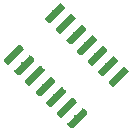
<source format=gbr>
G04 #@! TF.GenerationSoftware,KiCad,Pcbnew,(5.1.2)-2*
G04 #@! TF.CreationDate,2020-06-24T22:30:04-05:00*
G04 #@! TF.ProjectId,HallSensor,48616c6c-5365-46e7-936f-722e6b696361,rev?*
G04 #@! TF.SameCoordinates,Original*
G04 #@! TF.FileFunction,Paste,Top*
G04 #@! TF.FilePolarity,Positive*
%FSLAX46Y46*%
G04 Gerber Fmt 4.6, Leading zero omitted, Abs format (unit mm)*
G04 Created by KiCad (PCBNEW (5.1.2)-2) date 2020-06-24 22:30:04*
%MOMM*%
%LPD*%
G04 APERTURE LIST*
%ADD10C,0.100000*%
%ADD11C,0.600000*%
G04 APERTURE END LIST*
D10*
G36*
X104787745Y-96995394D02*
G01*
X104802306Y-96997554D01*
X104816585Y-97001131D01*
X104830445Y-97006090D01*
X104843752Y-97012384D01*
X104856378Y-97019952D01*
X104868201Y-97028720D01*
X104879108Y-97038606D01*
X105091240Y-97250738D01*
X105101126Y-97261645D01*
X105109894Y-97273468D01*
X105117462Y-97286094D01*
X105123756Y-97299401D01*
X105128715Y-97313261D01*
X105132292Y-97327540D01*
X105134452Y-97342101D01*
X105135174Y-97356804D01*
X105134452Y-97371507D01*
X105132292Y-97386068D01*
X105128715Y-97400347D01*
X105123756Y-97414207D01*
X105117462Y-97427514D01*
X105109894Y-97440140D01*
X105101126Y-97451963D01*
X105091240Y-97462870D01*
X103924514Y-98629596D01*
X103913607Y-98639482D01*
X103901784Y-98648250D01*
X103889158Y-98655818D01*
X103875851Y-98662112D01*
X103861991Y-98667071D01*
X103847712Y-98670648D01*
X103833151Y-98672808D01*
X103818448Y-98673530D01*
X103803745Y-98672808D01*
X103789184Y-98670648D01*
X103774905Y-98667071D01*
X103761045Y-98662112D01*
X103747738Y-98655818D01*
X103735112Y-98648250D01*
X103723289Y-98639482D01*
X103712382Y-98629596D01*
X103500250Y-98417464D01*
X103490364Y-98406557D01*
X103481596Y-98394734D01*
X103474028Y-98382108D01*
X103467734Y-98368801D01*
X103462775Y-98354941D01*
X103459198Y-98340662D01*
X103457038Y-98326101D01*
X103456316Y-98311398D01*
X103457038Y-98296695D01*
X103459198Y-98282134D01*
X103462775Y-98267855D01*
X103467734Y-98253995D01*
X103474028Y-98240688D01*
X103481596Y-98228062D01*
X103490364Y-98216239D01*
X103500250Y-98205332D01*
X104666976Y-97038606D01*
X104677883Y-97028720D01*
X104689706Y-97019952D01*
X104702332Y-97012384D01*
X104715639Y-97006090D01*
X104729499Y-97001131D01*
X104743778Y-96997554D01*
X104758339Y-96995394D01*
X104773042Y-96994672D01*
X104787745Y-96995394D01*
X104787745Y-96995394D01*
G37*
D11*
X104295745Y-97834101D03*
D10*
G36*
X105685770Y-97893420D02*
G01*
X105700331Y-97895580D01*
X105714610Y-97899157D01*
X105728470Y-97904116D01*
X105741777Y-97910410D01*
X105754403Y-97917978D01*
X105766226Y-97926746D01*
X105777133Y-97936632D01*
X105989265Y-98148764D01*
X105999151Y-98159671D01*
X106007919Y-98171494D01*
X106015487Y-98184120D01*
X106021781Y-98197427D01*
X106026740Y-98211287D01*
X106030317Y-98225566D01*
X106032477Y-98240127D01*
X106033199Y-98254830D01*
X106032477Y-98269533D01*
X106030317Y-98284094D01*
X106026740Y-98298373D01*
X106021781Y-98312233D01*
X106015487Y-98325540D01*
X106007919Y-98338166D01*
X105999151Y-98349989D01*
X105989265Y-98360896D01*
X104822539Y-99527622D01*
X104811632Y-99537508D01*
X104799809Y-99546276D01*
X104787183Y-99553844D01*
X104773876Y-99560138D01*
X104760016Y-99565097D01*
X104745737Y-99568674D01*
X104731176Y-99570834D01*
X104716473Y-99571556D01*
X104701770Y-99570834D01*
X104687209Y-99568674D01*
X104672930Y-99565097D01*
X104659070Y-99560138D01*
X104645763Y-99553844D01*
X104633137Y-99546276D01*
X104621314Y-99537508D01*
X104610407Y-99527622D01*
X104398275Y-99315490D01*
X104388389Y-99304583D01*
X104379621Y-99292760D01*
X104372053Y-99280134D01*
X104365759Y-99266827D01*
X104360800Y-99252967D01*
X104357223Y-99238688D01*
X104355063Y-99224127D01*
X104354341Y-99209424D01*
X104355063Y-99194721D01*
X104357223Y-99180160D01*
X104360800Y-99165881D01*
X104365759Y-99152021D01*
X104372053Y-99138714D01*
X104379621Y-99126088D01*
X104388389Y-99114265D01*
X104398275Y-99103358D01*
X105565001Y-97936632D01*
X105575908Y-97926746D01*
X105587731Y-97917978D01*
X105600357Y-97910410D01*
X105613664Y-97904116D01*
X105627524Y-97899157D01*
X105641803Y-97895580D01*
X105656364Y-97893420D01*
X105671067Y-97892698D01*
X105685770Y-97893420D01*
X105685770Y-97893420D01*
G37*
D11*
X105193770Y-98732127D03*
D10*
G36*
X106583796Y-98791446D02*
G01*
X106598357Y-98793606D01*
X106612636Y-98797183D01*
X106626496Y-98802142D01*
X106639803Y-98808436D01*
X106652429Y-98816004D01*
X106664252Y-98824772D01*
X106675159Y-98834658D01*
X106887291Y-99046790D01*
X106897177Y-99057697D01*
X106905945Y-99069520D01*
X106913513Y-99082146D01*
X106919807Y-99095453D01*
X106924766Y-99109313D01*
X106928343Y-99123592D01*
X106930503Y-99138153D01*
X106931225Y-99152856D01*
X106930503Y-99167559D01*
X106928343Y-99182120D01*
X106924766Y-99196399D01*
X106919807Y-99210259D01*
X106913513Y-99223566D01*
X106905945Y-99236192D01*
X106897177Y-99248015D01*
X106887291Y-99258922D01*
X105720565Y-100425648D01*
X105709658Y-100435534D01*
X105697835Y-100444302D01*
X105685209Y-100451870D01*
X105671902Y-100458164D01*
X105658042Y-100463123D01*
X105643763Y-100466700D01*
X105629202Y-100468860D01*
X105614499Y-100469582D01*
X105599796Y-100468860D01*
X105585235Y-100466700D01*
X105570956Y-100463123D01*
X105557096Y-100458164D01*
X105543789Y-100451870D01*
X105531163Y-100444302D01*
X105519340Y-100435534D01*
X105508433Y-100425648D01*
X105296301Y-100213516D01*
X105286415Y-100202609D01*
X105277647Y-100190786D01*
X105270079Y-100178160D01*
X105263785Y-100164853D01*
X105258826Y-100150993D01*
X105255249Y-100136714D01*
X105253089Y-100122153D01*
X105252367Y-100107450D01*
X105253089Y-100092747D01*
X105255249Y-100078186D01*
X105258826Y-100063907D01*
X105263785Y-100050047D01*
X105270079Y-100036740D01*
X105277647Y-100024114D01*
X105286415Y-100012291D01*
X105296301Y-100001384D01*
X106463027Y-98834658D01*
X106473934Y-98824772D01*
X106485757Y-98816004D01*
X106498383Y-98808436D01*
X106511690Y-98802142D01*
X106525550Y-98797183D01*
X106539829Y-98793606D01*
X106554390Y-98791446D01*
X106569093Y-98790724D01*
X106583796Y-98791446D01*
X106583796Y-98791446D01*
G37*
D11*
X106091796Y-99630153D03*
D10*
G36*
X107481822Y-99689471D02*
G01*
X107496383Y-99691631D01*
X107510662Y-99695208D01*
X107524522Y-99700167D01*
X107537829Y-99706461D01*
X107550455Y-99714029D01*
X107562278Y-99722797D01*
X107573185Y-99732683D01*
X107785317Y-99944815D01*
X107795203Y-99955722D01*
X107803971Y-99967545D01*
X107811539Y-99980171D01*
X107817833Y-99993478D01*
X107822792Y-100007338D01*
X107826369Y-100021617D01*
X107828529Y-100036178D01*
X107829251Y-100050881D01*
X107828529Y-100065584D01*
X107826369Y-100080145D01*
X107822792Y-100094424D01*
X107817833Y-100108284D01*
X107811539Y-100121591D01*
X107803971Y-100134217D01*
X107795203Y-100146040D01*
X107785317Y-100156947D01*
X106618591Y-101323673D01*
X106607684Y-101333559D01*
X106595861Y-101342327D01*
X106583235Y-101349895D01*
X106569928Y-101356189D01*
X106556068Y-101361148D01*
X106541789Y-101364725D01*
X106527228Y-101366885D01*
X106512525Y-101367607D01*
X106497822Y-101366885D01*
X106483261Y-101364725D01*
X106468982Y-101361148D01*
X106455122Y-101356189D01*
X106441815Y-101349895D01*
X106429189Y-101342327D01*
X106417366Y-101333559D01*
X106406459Y-101323673D01*
X106194327Y-101111541D01*
X106184441Y-101100634D01*
X106175673Y-101088811D01*
X106168105Y-101076185D01*
X106161811Y-101062878D01*
X106156852Y-101049018D01*
X106153275Y-101034739D01*
X106151115Y-101020178D01*
X106150393Y-101005475D01*
X106151115Y-100990772D01*
X106153275Y-100976211D01*
X106156852Y-100961932D01*
X106161811Y-100948072D01*
X106168105Y-100934765D01*
X106175673Y-100922139D01*
X106184441Y-100910316D01*
X106194327Y-100899409D01*
X107361053Y-99732683D01*
X107371960Y-99722797D01*
X107383783Y-99714029D01*
X107396409Y-99706461D01*
X107409716Y-99700167D01*
X107423576Y-99695208D01*
X107437855Y-99691631D01*
X107452416Y-99689471D01*
X107467119Y-99688749D01*
X107481822Y-99689471D01*
X107481822Y-99689471D01*
G37*
D11*
X106989822Y-100528178D03*
D10*
G36*
X108379847Y-100587497D02*
G01*
X108394408Y-100589657D01*
X108408687Y-100593234D01*
X108422547Y-100598193D01*
X108435854Y-100604487D01*
X108448480Y-100612055D01*
X108460303Y-100620823D01*
X108471210Y-100630709D01*
X108683342Y-100842841D01*
X108693228Y-100853748D01*
X108701996Y-100865571D01*
X108709564Y-100878197D01*
X108715858Y-100891504D01*
X108720817Y-100905364D01*
X108724394Y-100919643D01*
X108726554Y-100934204D01*
X108727276Y-100948907D01*
X108726554Y-100963610D01*
X108724394Y-100978171D01*
X108720817Y-100992450D01*
X108715858Y-101006310D01*
X108709564Y-101019617D01*
X108701996Y-101032243D01*
X108693228Y-101044066D01*
X108683342Y-101054973D01*
X107516616Y-102221699D01*
X107505709Y-102231585D01*
X107493886Y-102240353D01*
X107481260Y-102247921D01*
X107467953Y-102254215D01*
X107454093Y-102259174D01*
X107439814Y-102262751D01*
X107425253Y-102264911D01*
X107410550Y-102265633D01*
X107395847Y-102264911D01*
X107381286Y-102262751D01*
X107367007Y-102259174D01*
X107353147Y-102254215D01*
X107339840Y-102247921D01*
X107327214Y-102240353D01*
X107315391Y-102231585D01*
X107304484Y-102221699D01*
X107092352Y-102009567D01*
X107082466Y-101998660D01*
X107073698Y-101986837D01*
X107066130Y-101974211D01*
X107059836Y-101960904D01*
X107054877Y-101947044D01*
X107051300Y-101932765D01*
X107049140Y-101918204D01*
X107048418Y-101903501D01*
X107049140Y-101888798D01*
X107051300Y-101874237D01*
X107054877Y-101859958D01*
X107059836Y-101846098D01*
X107066130Y-101832791D01*
X107073698Y-101820165D01*
X107082466Y-101808342D01*
X107092352Y-101797435D01*
X108259078Y-100630709D01*
X108269985Y-100620823D01*
X108281808Y-100612055D01*
X108294434Y-100604487D01*
X108307741Y-100598193D01*
X108321601Y-100593234D01*
X108335880Y-100589657D01*
X108350441Y-100587497D01*
X108365144Y-100586775D01*
X108379847Y-100587497D01*
X108379847Y-100587497D01*
G37*
D11*
X107887847Y-101426204D03*
D10*
G36*
X109277873Y-101485523D02*
G01*
X109292434Y-101487683D01*
X109306713Y-101491260D01*
X109320573Y-101496219D01*
X109333880Y-101502513D01*
X109346506Y-101510081D01*
X109358329Y-101518849D01*
X109369236Y-101528735D01*
X109581368Y-101740867D01*
X109591254Y-101751774D01*
X109600022Y-101763597D01*
X109607590Y-101776223D01*
X109613884Y-101789530D01*
X109618843Y-101803390D01*
X109622420Y-101817669D01*
X109624580Y-101832230D01*
X109625302Y-101846933D01*
X109624580Y-101861636D01*
X109622420Y-101876197D01*
X109618843Y-101890476D01*
X109613884Y-101904336D01*
X109607590Y-101917643D01*
X109600022Y-101930269D01*
X109591254Y-101942092D01*
X109581368Y-101952999D01*
X108414642Y-103119725D01*
X108403735Y-103129611D01*
X108391912Y-103138379D01*
X108379286Y-103145947D01*
X108365979Y-103152241D01*
X108352119Y-103157200D01*
X108337840Y-103160777D01*
X108323279Y-103162937D01*
X108308576Y-103163659D01*
X108293873Y-103162937D01*
X108279312Y-103160777D01*
X108265033Y-103157200D01*
X108251173Y-103152241D01*
X108237866Y-103145947D01*
X108225240Y-103138379D01*
X108213417Y-103129611D01*
X108202510Y-103119725D01*
X107990378Y-102907593D01*
X107980492Y-102896686D01*
X107971724Y-102884863D01*
X107964156Y-102872237D01*
X107957862Y-102858930D01*
X107952903Y-102845070D01*
X107949326Y-102830791D01*
X107947166Y-102816230D01*
X107946444Y-102801527D01*
X107947166Y-102786824D01*
X107949326Y-102772263D01*
X107952903Y-102757984D01*
X107957862Y-102744124D01*
X107964156Y-102730817D01*
X107971724Y-102718191D01*
X107980492Y-102706368D01*
X107990378Y-102695461D01*
X109157104Y-101528735D01*
X109168011Y-101518849D01*
X109179834Y-101510081D01*
X109192460Y-101502513D01*
X109205767Y-101496219D01*
X109219627Y-101491260D01*
X109233906Y-101487683D01*
X109248467Y-101485523D01*
X109263170Y-101484801D01*
X109277873Y-101485523D01*
X109277873Y-101485523D01*
G37*
D11*
X108785873Y-102324230D03*
D10*
G36*
X110175899Y-102383548D02*
G01*
X110190460Y-102385708D01*
X110204739Y-102389285D01*
X110218599Y-102394244D01*
X110231906Y-102400538D01*
X110244532Y-102408106D01*
X110256355Y-102416874D01*
X110267262Y-102426760D01*
X110479394Y-102638892D01*
X110489280Y-102649799D01*
X110498048Y-102661622D01*
X110505616Y-102674248D01*
X110511910Y-102687555D01*
X110516869Y-102701415D01*
X110520446Y-102715694D01*
X110522606Y-102730255D01*
X110523328Y-102744958D01*
X110522606Y-102759661D01*
X110520446Y-102774222D01*
X110516869Y-102788501D01*
X110511910Y-102802361D01*
X110505616Y-102815668D01*
X110498048Y-102828294D01*
X110489280Y-102840117D01*
X110479394Y-102851024D01*
X109312668Y-104017750D01*
X109301761Y-104027636D01*
X109289938Y-104036404D01*
X109277312Y-104043972D01*
X109264005Y-104050266D01*
X109250145Y-104055225D01*
X109235866Y-104058802D01*
X109221305Y-104060962D01*
X109206602Y-104061684D01*
X109191899Y-104060962D01*
X109177338Y-104058802D01*
X109163059Y-104055225D01*
X109149199Y-104050266D01*
X109135892Y-104043972D01*
X109123266Y-104036404D01*
X109111443Y-104027636D01*
X109100536Y-104017750D01*
X108888404Y-103805618D01*
X108878518Y-103794711D01*
X108869750Y-103782888D01*
X108862182Y-103770262D01*
X108855888Y-103756955D01*
X108850929Y-103743095D01*
X108847352Y-103728816D01*
X108845192Y-103714255D01*
X108844470Y-103699552D01*
X108845192Y-103684849D01*
X108847352Y-103670288D01*
X108850929Y-103656009D01*
X108855888Y-103642149D01*
X108862182Y-103628842D01*
X108869750Y-103616216D01*
X108878518Y-103604393D01*
X108888404Y-103593486D01*
X110055130Y-102426760D01*
X110066037Y-102416874D01*
X110077860Y-102408106D01*
X110090486Y-102400538D01*
X110103793Y-102394244D01*
X110117653Y-102389285D01*
X110131932Y-102385708D01*
X110146493Y-102383548D01*
X110161196Y-102382826D01*
X110175899Y-102383548D01*
X110175899Y-102383548D01*
G37*
D11*
X109683899Y-103222255D03*
D10*
G36*
X113676077Y-98883370D02*
G01*
X113690638Y-98885530D01*
X113704917Y-98889107D01*
X113718777Y-98894066D01*
X113732084Y-98900360D01*
X113744710Y-98907928D01*
X113756533Y-98916696D01*
X113767440Y-98926582D01*
X113979572Y-99138714D01*
X113989458Y-99149621D01*
X113998226Y-99161444D01*
X114005794Y-99174070D01*
X114012088Y-99187377D01*
X114017047Y-99201237D01*
X114020624Y-99215516D01*
X114022784Y-99230077D01*
X114023506Y-99244780D01*
X114022784Y-99259483D01*
X114020624Y-99274044D01*
X114017047Y-99288323D01*
X114012088Y-99302183D01*
X114005794Y-99315490D01*
X113998226Y-99328116D01*
X113989458Y-99339939D01*
X113979572Y-99350846D01*
X112812846Y-100517572D01*
X112801939Y-100527458D01*
X112790116Y-100536226D01*
X112777490Y-100543794D01*
X112764183Y-100550088D01*
X112750323Y-100555047D01*
X112736044Y-100558624D01*
X112721483Y-100560784D01*
X112706780Y-100561506D01*
X112692077Y-100560784D01*
X112677516Y-100558624D01*
X112663237Y-100555047D01*
X112649377Y-100550088D01*
X112636070Y-100543794D01*
X112623444Y-100536226D01*
X112611621Y-100527458D01*
X112600714Y-100517572D01*
X112388582Y-100305440D01*
X112378696Y-100294533D01*
X112369928Y-100282710D01*
X112362360Y-100270084D01*
X112356066Y-100256777D01*
X112351107Y-100242917D01*
X112347530Y-100228638D01*
X112345370Y-100214077D01*
X112344648Y-100199374D01*
X112345370Y-100184671D01*
X112347530Y-100170110D01*
X112351107Y-100155831D01*
X112356066Y-100141971D01*
X112362360Y-100128664D01*
X112369928Y-100116038D01*
X112378696Y-100104215D01*
X112388582Y-100093308D01*
X113555308Y-98926582D01*
X113566215Y-98916696D01*
X113578038Y-98907928D01*
X113590664Y-98900360D01*
X113603971Y-98894066D01*
X113617831Y-98889107D01*
X113632110Y-98885530D01*
X113646671Y-98883370D01*
X113661374Y-98882648D01*
X113676077Y-98883370D01*
X113676077Y-98883370D01*
G37*
D11*
X113184077Y-99722077D03*
D10*
G36*
X112778052Y-97985344D02*
G01*
X112792613Y-97987504D01*
X112806892Y-97991081D01*
X112820752Y-97996040D01*
X112834059Y-98002334D01*
X112846685Y-98009902D01*
X112858508Y-98018670D01*
X112869415Y-98028556D01*
X113081547Y-98240688D01*
X113091433Y-98251595D01*
X113100201Y-98263418D01*
X113107769Y-98276044D01*
X113114063Y-98289351D01*
X113119022Y-98303211D01*
X113122599Y-98317490D01*
X113124759Y-98332051D01*
X113125481Y-98346754D01*
X113124759Y-98361457D01*
X113122599Y-98376018D01*
X113119022Y-98390297D01*
X113114063Y-98404157D01*
X113107769Y-98417464D01*
X113100201Y-98430090D01*
X113091433Y-98441913D01*
X113081547Y-98452820D01*
X111914821Y-99619546D01*
X111903914Y-99629432D01*
X111892091Y-99638200D01*
X111879465Y-99645768D01*
X111866158Y-99652062D01*
X111852298Y-99657021D01*
X111838019Y-99660598D01*
X111823458Y-99662758D01*
X111808755Y-99663480D01*
X111794052Y-99662758D01*
X111779491Y-99660598D01*
X111765212Y-99657021D01*
X111751352Y-99652062D01*
X111738045Y-99645768D01*
X111725419Y-99638200D01*
X111713596Y-99629432D01*
X111702689Y-99619546D01*
X111490557Y-99407414D01*
X111480671Y-99396507D01*
X111471903Y-99384684D01*
X111464335Y-99372058D01*
X111458041Y-99358751D01*
X111453082Y-99344891D01*
X111449505Y-99330612D01*
X111447345Y-99316051D01*
X111446623Y-99301348D01*
X111447345Y-99286645D01*
X111449505Y-99272084D01*
X111453082Y-99257805D01*
X111458041Y-99243945D01*
X111464335Y-99230638D01*
X111471903Y-99218012D01*
X111480671Y-99206189D01*
X111490557Y-99195282D01*
X112657283Y-98028556D01*
X112668190Y-98018670D01*
X112680013Y-98009902D01*
X112692639Y-98002334D01*
X112705946Y-97996040D01*
X112719806Y-97991081D01*
X112734085Y-97987504D01*
X112748646Y-97985344D01*
X112763349Y-97984622D01*
X112778052Y-97985344D01*
X112778052Y-97985344D01*
G37*
D11*
X112286052Y-98824051D03*
D10*
G36*
X111880026Y-97087318D02*
G01*
X111894587Y-97089478D01*
X111908866Y-97093055D01*
X111922726Y-97098014D01*
X111936033Y-97104308D01*
X111948659Y-97111876D01*
X111960482Y-97120644D01*
X111971389Y-97130530D01*
X112183521Y-97342662D01*
X112193407Y-97353569D01*
X112202175Y-97365392D01*
X112209743Y-97378018D01*
X112216037Y-97391325D01*
X112220996Y-97405185D01*
X112224573Y-97419464D01*
X112226733Y-97434025D01*
X112227455Y-97448728D01*
X112226733Y-97463431D01*
X112224573Y-97477992D01*
X112220996Y-97492271D01*
X112216037Y-97506131D01*
X112209743Y-97519438D01*
X112202175Y-97532064D01*
X112193407Y-97543887D01*
X112183521Y-97554794D01*
X111016795Y-98721520D01*
X111005888Y-98731406D01*
X110994065Y-98740174D01*
X110981439Y-98747742D01*
X110968132Y-98754036D01*
X110954272Y-98758995D01*
X110939993Y-98762572D01*
X110925432Y-98764732D01*
X110910729Y-98765454D01*
X110896026Y-98764732D01*
X110881465Y-98762572D01*
X110867186Y-98758995D01*
X110853326Y-98754036D01*
X110840019Y-98747742D01*
X110827393Y-98740174D01*
X110815570Y-98731406D01*
X110804663Y-98721520D01*
X110592531Y-98509388D01*
X110582645Y-98498481D01*
X110573877Y-98486658D01*
X110566309Y-98474032D01*
X110560015Y-98460725D01*
X110555056Y-98446865D01*
X110551479Y-98432586D01*
X110549319Y-98418025D01*
X110548597Y-98403322D01*
X110549319Y-98388619D01*
X110551479Y-98374058D01*
X110555056Y-98359779D01*
X110560015Y-98345919D01*
X110566309Y-98332612D01*
X110573877Y-98319986D01*
X110582645Y-98308163D01*
X110592531Y-98297256D01*
X111759257Y-97130530D01*
X111770164Y-97120644D01*
X111781987Y-97111876D01*
X111794613Y-97104308D01*
X111807920Y-97098014D01*
X111821780Y-97093055D01*
X111836059Y-97089478D01*
X111850620Y-97087318D01*
X111865323Y-97086596D01*
X111880026Y-97087318D01*
X111880026Y-97087318D01*
G37*
D11*
X111388026Y-97926025D03*
D10*
G36*
X110982000Y-96189293D02*
G01*
X110996561Y-96191453D01*
X111010840Y-96195030D01*
X111024700Y-96199989D01*
X111038007Y-96206283D01*
X111050633Y-96213851D01*
X111062456Y-96222619D01*
X111073363Y-96232505D01*
X111285495Y-96444637D01*
X111295381Y-96455544D01*
X111304149Y-96467367D01*
X111311717Y-96479993D01*
X111318011Y-96493300D01*
X111322970Y-96507160D01*
X111326547Y-96521439D01*
X111328707Y-96536000D01*
X111329429Y-96550703D01*
X111328707Y-96565406D01*
X111326547Y-96579967D01*
X111322970Y-96594246D01*
X111318011Y-96608106D01*
X111311717Y-96621413D01*
X111304149Y-96634039D01*
X111295381Y-96645862D01*
X111285495Y-96656769D01*
X110118769Y-97823495D01*
X110107862Y-97833381D01*
X110096039Y-97842149D01*
X110083413Y-97849717D01*
X110070106Y-97856011D01*
X110056246Y-97860970D01*
X110041967Y-97864547D01*
X110027406Y-97866707D01*
X110012703Y-97867429D01*
X109998000Y-97866707D01*
X109983439Y-97864547D01*
X109969160Y-97860970D01*
X109955300Y-97856011D01*
X109941993Y-97849717D01*
X109929367Y-97842149D01*
X109917544Y-97833381D01*
X109906637Y-97823495D01*
X109694505Y-97611363D01*
X109684619Y-97600456D01*
X109675851Y-97588633D01*
X109668283Y-97576007D01*
X109661989Y-97562700D01*
X109657030Y-97548840D01*
X109653453Y-97534561D01*
X109651293Y-97520000D01*
X109650571Y-97505297D01*
X109651293Y-97490594D01*
X109653453Y-97476033D01*
X109657030Y-97461754D01*
X109661989Y-97447894D01*
X109668283Y-97434587D01*
X109675851Y-97421961D01*
X109684619Y-97410138D01*
X109694505Y-97399231D01*
X110861231Y-96232505D01*
X110872138Y-96222619D01*
X110883961Y-96213851D01*
X110896587Y-96206283D01*
X110909894Y-96199989D01*
X110923754Y-96195030D01*
X110938033Y-96191453D01*
X110952594Y-96189293D01*
X110967297Y-96188571D01*
X110982000Y-96189293D01*
X110982000Y-96189293D01*
G37*
D11*
X110490000Y-97028000D03*
D10*
G36*
X110083975Y-95291267D02*
G01*
X110098536Y-95293427D01*
X110112815Y-95297004D01*
X110126675Y-95301963D01*
X110139982Y-95308257D01*
X110152608Y-95315825D01*
X110164431Y-95324593D01*
X110175338Y-95334479D01*
X110387470Y-95546611D01*
X110397356Y-95557518D01*
X110406124Y-95569341D01*
X110413692Y-95581967D01*
X110419986Y-95595274D01*
X110424945Y-95609134D01*
X110428522Y-95623413D01*
X110430682Y-95637974D01*
X110431404Y-95652677D01*
X110430682Y-95667380D01*
X110428522Y-95681941D01*
X110424945Y-95696220D01*
X110419986Y-95710080D01*
X110413692Y-95723387D01*
X110406124Y-95736013D01*
X110397356Y-95747836D01*
X110387470Y-95758743D01*
X109220744Y-96925469D01*
X109209837Y-96935355D01*
X109198014Y-96944123D01*
X109185388Y-96951691D01*
X109172081Y-96957985D01*
X109158221Y-96962944D01*
X109143942Y-96966521D01*
X109129381Y-96968681D01*
X109114678Y-96969403D01*
X109099975Y-96968681D01*
X109085414Y-96966521D01*
X109071135Y-96962944D01*
X109057275Y-96957985D01*
X109043968Y-96951691D01*
X109031342Y-96944123D01*
X109019519Y-96935355D01*
X109008612Y-96925469D01*
X108796480Y-96713337D01*
X108786594Y-96702430D01*
X108777826Y-96690607D01*
X108770258Y-96677981D01*
X108763964Y-96664674D01*
X108759005Y-96650814D01*
X108755428Y-96636535D01*
X108753268Y-96621974D01*
X108752546Y-96607271D01*
X108753268Y-96592568D01*
X108755428Y-96578007D01*
X108759005Y-96563728D01*
X108763964Y-96549868D01*
X108770258Y-96536561D01*
X108777826Y-96523935D01*
X108786594Y-96512112D01*
X108796480Y-96501205D01*
X109963206Y-95334479D01*
X109974113Y-95324593D01*
X109985936Y-95315825D01*
X109998562Y-95308257D01*
X110011869Y-95301963D01*
X110025729Y-95297004D01*
X110040008Y-95293427D01*
X110054569Y-95291267D01*
X110069272Y-95290545D01*
X110083975Y-95291267D01*
X110083975Y-95291267D01*
G37*
D11*
X109591975Y-96129974D03*
D10*
G36*
X109185949Y-94393241D02*
G01*
X109200510Y-94395401D01*
X109214789Y-94398978D01*
X109228649Y-94403937D01*
X109241956Y-94410231D01*
X109254582Y-94417799D01*
X109266405Y-94426567D01*
X109277312Y-94436453D01*
X109489444Y-94648585D01*
X109499330Y-94659492D01*
X109508098Y-94671315D01*
X109515666Y-94683941D01*
X109521960Y-94697248D01*
X109526919Y-94711108D01*
X109530496Y-94725387D01*
X109532656Y-94739948D01*
X109533378Y-94754651D01*
X109532656Y-94769354D01*
X109530496Y-94783915D01*
X109526919Y-94798194D01*
X109521960Y-94812054D01*
X109515666Y-94825361D01*
X109508098Y-94837987D01*
X109499330Y-94849810D01*
X109489444Y-94860717D01*
X108322718Y-96027443D01*
X108311811Y-96037329D01*
X108299988Y-96046097D01*
X108287362Y-96053665D01*
X108274055Y-96059959D01*
X108260195Y-96064918D01*
X108245916Y-96068495D01*
X108231355Y-96070655D01*
X108216652Y-96071377D01*
X108201949Y-96070655D01*
X108187388Y-96068495D01*
X108173109Y-96064918D01*
X108159249Y-96059959D01*
X108145942Y-96053665D01*
X108133316Y-96046097D01*
X108121493Y-96037329D01*
X108110586Y-96027443D01*
X107898454Y-95815311D01*
X107888568Y-95804404D01*
X107879800Y-95792581D01*
X107872232Y-95779955D01*
X107865938Y-95766648D01*
X107860979Y-95752788D01*
X107857402Y-95738509D01*
X107855242Y-95723948D01*
X107854520Y-95709245D01*
X107855242Y-95694542D01*
X107857402Y-95679981D01*
X107860979Y-95665702D01*
X107865938Y-95651842D01*
X107872232Y-95638535D01*
X107879800Y-95625909D01*
X107888568Y-95614086D01*
X107898454Y-95603179D01*
X109065180Y-94436453D01*
X109076087Y-94426567D01*
X109087910Y-94417799D01*
X109100536Y-94410231D01*
X109113843Y-94403937D01*
X109127703Y-94398978D01*
X109141982Y-94395401D01*
X109156543Y-94393241D01*
X109171246Y-94392519D01*
X109185949Y-94393241D01*
X109185949Y-94393241D01*
G37*
D11*
X108693949Y-95231948D03*
D10*
G36*
X108287923Y-93495216D02*
G01*
X108302484Y-93497376D01*
X108316763Y-93500953D01*
X108330623Y-93505912D01*
X108343930Y-93512206D01*
X108356556Y-93519774D01*
X108368379Y-93528542D01*
X108379286Y-93538428D01*
X108591418Y-93750560D01*
X108601304Y-93761467D01*
X108610072Y-93773290D01*
X108617640Y-93785916D01*
X108623934Y-93799223D01*
X108628893Y-93813083D01*
X108632470Y-93827362D01*
X108634630Y-93841923D01*
X108635352Y-93856626D01*
X108634630Y-93871329D01*
X108632470Y-93885890D01*
X108628893Y-93900169D01*
X108623934Y-93914029D01*
X108617640Y-93927336D01*
X108610072Y-93939962D01*
X108601304Y-93951785D01*
X108591418Y-93962692D01*
X107424692Y-95129418D01*
X107413785Y-95139304D01*
X107401962Y-95148072D01*
X107389336Y-95155640D01*
X107376029Y-95161934D01*
X107362169Y-95166893D01*
X107347890Y-95170470D01*
X107333329Y-95172630D01*
X107318626Y-95173352D01*
X107303923Y-95172630D01*
X107289362Y-95170470D01*
X107275083Y-95166893D01*
X107261223Y-95161934D01*
X107247916Y-95155640D01*
X107235290Y-95148072D01*
X107223467Y-95139304D01*
X107212560Y-95129418D01*
X107000428Y-94917286D01*
X106990542Y-94906379D01*
X106981774Y-94894556D01*
X106974206Y-94881930D01*
X106967912Y-94868623D01*
X106962953Y-94854763D01*
X106959376Y-94840484D01*
X106957216Y-94825923D01*
X106956494Y-94811220D01*
X106957216Y-94796517D01*
X106959376Y-94781956D01*
X106962953Y-94767677D01*
X106967912Y-94753817D01*
X106974206Y-94740510D01*
X106981774Y-94727884D01*
X106990542Y-94716061D01*
X107000428Y-94705154D01*
X108167154Y-93538428D01*
X108178061Y-93528542D01*
X108189884Y-93519774D01*
X108202510Y-93512206D01*
X108215817Y-93505912D01*
X108229677Y-93500953D01*
X108243956Y-93497376D01*
X108258517Y-93495216D01*
X108273220Y-93494494D01*
X108287923Y-93495216D01*
X108287923Y-93495216D01*
G37*
D11*
X107795923Y-94333923D03*
M02*

</source>
